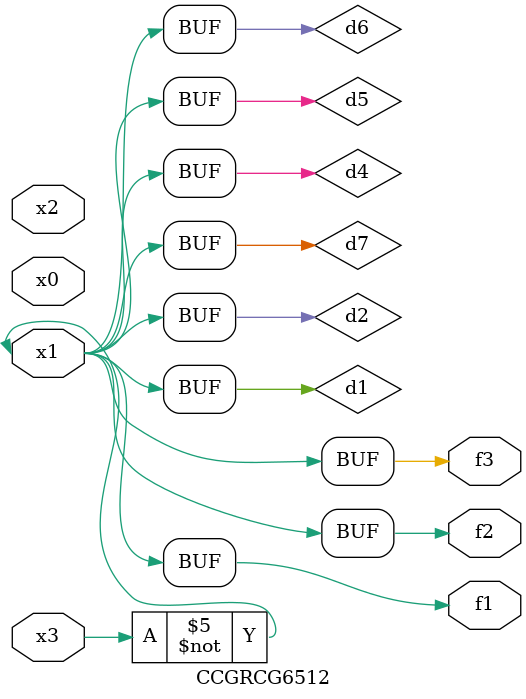
<source format=v>
module CCGRCG6512(
	input x0, x1, x2, x3,
	output f1, f2, f3
);

	wire d1, d2, d3, d4, d5, d6, d7;

	not (d1, x3);
	buf (d2, x1);
	xnor (d3, d1, d2);
	nor (d4, d1);
	buf (d5, d1, d2);
	buf (d6, d4, d5);
	nand (d7, d4);
	assign f1 = d6;
	assign f2 = d7;
	assign f3 = d6;
endmodule

</source>
